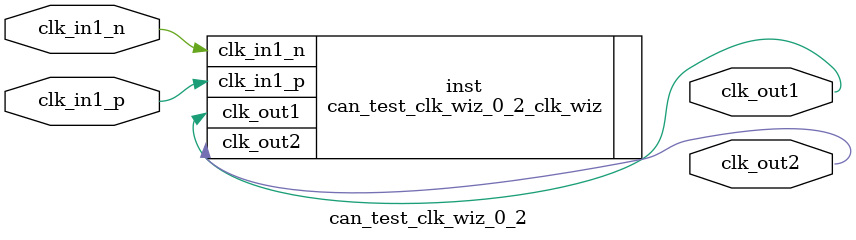
<source format=v>


`timescale 1ps/1ps

(* CORE_GENERATION_INFO = "can_test_clk_wiz_0_2,clk_wiz_v6_0_11_0_0,{component_name=can_test_clk_wiz_0_2,use_phase_alignment=false,use_min_o_jitter=false,use_max_i_jitter=false,use_dyn_phase_shift=false,use_inclk_switchover=false,use_dyn_reconfig=false,enable_axi=0,feedback_source=FDBK_AUTO,PRIMITIVE=MMCM,num_out_clk=2,clkin1_period=3.333,clkin2_period=10.0,use_power_down=false,use_reset=false,use_locked=false,use_inclk_stopped=false,feedback_type=SINGLE,CLOCK_MGR_TYPE=NA,manual_override=false}" *)

module can_test_clk_wiz_0_2 
 (
  // Clock out ports
  output        clk_out1,
  output        clk_out2,
 // Clock in ports
  input         clk_in1_p,
  input         clk_in1_n
 );

  can_test_clk_wiz_0_2_clk_wiz inst
  (
  // Clock out ports  
  .clk_out1(clk_out1),
  .clk_out2(clk_out2),
 // Clock in ports
  .clk_in1_p(clk_in1_p),
  .clk_in1_n(clk_in1_n)
  );

endmodule

</source>
